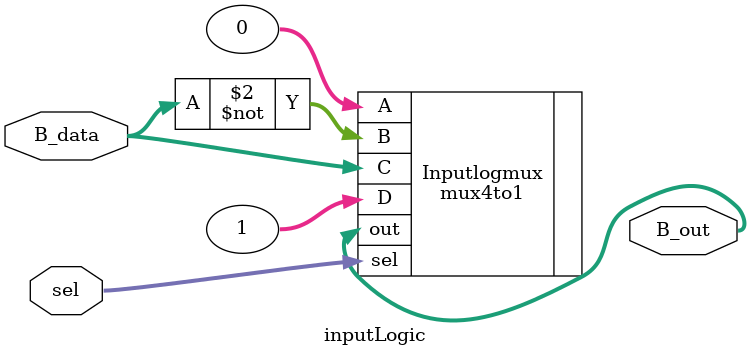
<source format=v>
module inputLogic(B_data, sel, B_out);
    input [3:0] B_data;
    input [1:0] sel;
    output [3:0] B_out;

    mux4to1 Inputlogmux (.A(0), .B(~B_data), .C(B_data), .D(1), .sel(sel), .out(B_out));
endmodule
</source>
